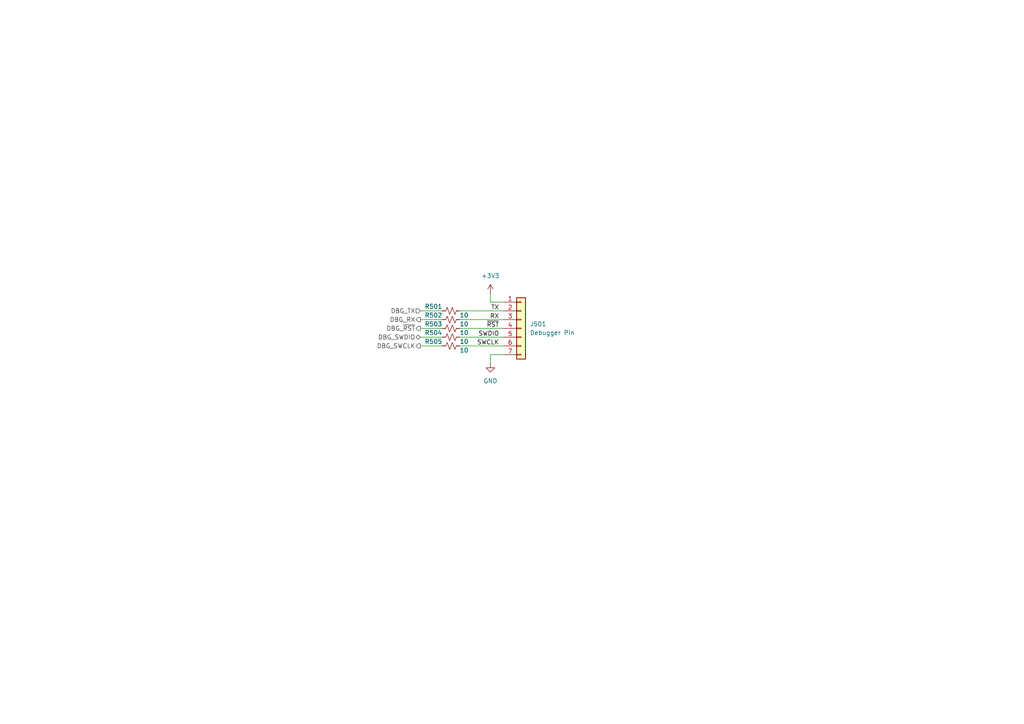
<source format=kicad_sch>
(kicad_sch (version 20231120) (generator "eeschema") (generator_version "8.0")
  (paper "A4")
  (title_block (title "Project Antares - Receiver Schematic") (date "2024-08-24") (rev "1.0.1") (company "Ouroboros Embedded Development") (comment 1 "Pablo Jean Rozario"))
  (lib_symbols
    (symbol "Connector_Generic:Conn_01x07" (pin_names (offset 1.016) hide)
      (property "Reference" "J" (at 0 10.16 0))
      (property "Value" "Conn_01x07" (at 0 -10.16 0))
      (symbol "Conn_01x07_1_1"
        (rectangle (start -1.27 -7.493) (end 0 -7.747) (stroke (width 0.1524)))
        (rectangle (start -1.27 -4.953) (end 0 -5.207) (stroke (width 0.1524)))
        (rectangle (start -1.27 -2.413) (end 0 -2.667) (stroke (width 0.1524)))
        (rectangle (start -1.27 0.127) (end 0 -0.127) (stroke (width 0.1524)))
        (rectangle (start -1.27 2.667) (end 0 2.413) (stroke (width 0.1524)))
        (rectangle (start -1.27 5.207) (end 0 4.953) (stroke (width 0.1524)))
        (rectangle (start -1.27 7.747) (end 0 7.493) (stroke (width 0.1524)))
        (rectangle (start -1.27 8.89) (end 1.27 -8.89) (stroke (width 0.254)) (fill (type background)))
        (pin passive line (at -5.08 7.62 0) (length 3.81) (name "Pin_1") (number "1"))
        (pin passive line (at -5.08 5.08 0) (length 3.81) (name "Pin_2") (number "2"))
        (pin passive line (at -5.08 2.54 0) (length 3.81) (name "Pin_3") (number "3"))
        (pin passive line (at -5.08 0 0) (length 3.81) (name "Pin_4") (number "4"))
        (pin passive line (at -5.08 -2.54 0) (length 3.81) (name "Pin_5") (number "5"))
        (pin passive line (at -5.08 -5.08 0) (length 3.81) (name "Pin_6") (number "6"))
        (pin passive line (at -5.08 -7.62 0) (length 3.81) (name "Pin_7") (number "7"))
      )
    )
    (symbol "Device:R_Small_US" (pin_numbers hide) (pin_names (offset 0.254) hide)
      (property "Reference" "R" (at 0.762 0.508 0))
      (property "Value" "R_Small_US" (at 0.762 -1.016 0))
      (symbol "R_Small_US_1_1"
        (polyline (pts (xy 0 0) (xy 1.016 -0.381) (xy 0 -0.762) (xy -1.016 -1.143) (xy 0 -1.524)))
        (polyline (pts (xy 0 1.524) (xy 1.016 1.143) (xy 0 0.762) (xy -1.016 0.381) (xy 0 0)))
        (pin passive line (at 0 2.54 270) (length 1.016) (name "~") (number "1"))
        (pin passive line (at 0 -2.54 90) (length 1.016) (name "~") (number "2"))
      )
    )
    (symbol "power:+3V3" (power) (pin_numbers hide) (pin_names (offset 0) hide)
      (property "Value" "+3V3" (at 0 3.556 0))
      (symbol "+3V3_0_1"
        (polyline (pts (xy -0.762 1.27) (xy 0 2.54)))
        (polyline (pts (xy 0 0) (xy 0 2.54)))
        (polyline (pts (xy 0 2.54) (xy 0.762 1.27)))
      )
      (symbol "+3V3_1_1"
        (pin power_in line (at 0 0 90) (length 0) (name "~") (number "1"))
      )
    )
    (symbol "power:GND" (power) (pin_numbers hide) (pin_names (offset 0) hide)
      (property "Value" "GND" (at 0 -3.81 0))
      (symbol "GND_0_1"
        (polyline (pts (xy 0 0) (xy 0 -1.27) (xy 1.27 -1.27) (xy 0 -2.54) (xy -1.27 -1.27) (xy 0 -1.27)))
      )
      (symbol "GND_1_1"
        (pin power_in line (at 0 0 270) (length 0) (name "~") (number "1"))
      )
    )
  )
  (wire (pts (xy 142.24 87.63) (xy 142.24 85.09)))
  (wire (pts (xy 121.92 100.33) (xy 128.27 100.33)))
  (wire (pts (xy 121.92 97.79) (xy 128.27 97.79)))
  (wire (pts (xy 133.35 92.71) (xy 146.05 92.71)))
  (wire (pts (xy 146.05 102.87) (xy 142.24 102.87)))
  (wire (pts (xy 121.92 90.17) (xy 128.27 90.17)))
  (wire (pts (xy 133.35 100.33) (xy 146.05 100.33)))
  (wire (pts (xy 146.05 87.63) (xy 142.24 87.63)))
  (wire (pts (xy 121.92 92.71) (xy 128.27 92.71)))
  (wire (pts (xy 121.92 95.25) (xy 128.27 95.25)))
  (wire (pts (xy 133.35 95.25) (xy 146.05 95.25)))
  (wire (pts (xy 133.35 97.79) (xy 146.05 97.79)))
  (wire (pts (xy 133.35 90.17) (xy 146.05 90.17)))
  (wire (pts (xy 142.24 102.87) (xy 142.24 105.41)))
  (label "SWDIO" (at 144.78 97.79 180))
  (label "SWCLK" (at 144.78 100.33 180))
  (label "RX" (at 144.78 92.71 180))
  (label "TX" (at 144.78 90.17 180))
  (label "~{RST}" (at 144.78 95.25 180))
  (hierarchical_label "DBG_SWCLK" (shape output) (at 121.92 100.33 180))
  (hierarchical_label "DBG_~{RST}" (shape output) (at 121.92 95.25 180))
  (hierarchical_label "DBG_RX" (shape output) (at 121.92 92.71 180))
  (hierarchical_label "DBG_SWDIO" (shape bidirectional) (at 121.92 97.79 180))
  (hierarchical_label "DBG_TX" (shape input) (at 121.92 90.17 180))
  (symbol (lib_id "power:GND") (at 142.24 105.41 0) (unit 1)
    (property "Reference" "#PWR016" (effects (hide yes)))
    (property "Value" "GND" (at 142.24 110.49 0))
    (property "Description" "Power symbol creates a global label with name \"GND\" , ground" (effects (hide yes)))
  )
  (symbol (lib_id "Device:R_Small_US") (at 130.81 90.17 90) (unit 1)
    (property "Reference" "R501" (at 125.73 88.9 90))
    (property "Value" "10" (at 134.62 91.44 90))
    (property "Footprint" "Resistor_SMD:R_0603_1608Metric" (effects (hide yes)))
    (property "Description" "Resistor, small US symbol" (effects (hide yes)))
    (property "LCSC" "C22859" (effects (hide yes)))
    (property "PN" "0603WAF100JT5E" (effects (hide yes)))
  )
  (symbol (lib_id "Device:R_Small_US") (at 130.81 97.79 90) (unit 1)
    (property "Reference" "R504" (at 125.73 96.52 90))
    (property "Value" "10" (at 134.62 99.06 90))
    (property "Footprint" "Resistor_SMD:R_0603_1608Metric" (effects (hide yes)))
    (property "Description" "Resistor, small US symbol" (effects (hide yes)))
    (property "LCSC" "C22859" (effects (hide yes)))
    (property "PN" "0603WAF100JT5E" (effects (hide yes)))
  )
  (symbol (lib_id "Device:R_Small_US") (at 130.81 95.25 90) (unit 1)
    (property "Reference" "R503" (at 125.73 93.98 90))
    (property "Value" "10" (at 134.62 96.52 90))
    (property "Footprint" "Resistor_SMD:R_0603_1608Metric" (effects (hide yes)))
    (property "Description" "Resistor, small US symbol" (effects (hide yes)))
    (property "LCSC" "C22859" (effects (hide yes)))
    (property "PN" "0603WAF100JT5E" (effects (hide yes)))
  )
  (symbol (lib_id "Connector_Generic:Conn_01x07") (at 151.13 95.25 0) (unit 1)
    (property "Reference" "J501" (at 153.67 93.9799 0) (effects (justify left)))
    (property "Value" "Debugger Pin" (at 153.67 96.5199 0) (effects (justify left)))
    (property "Footprint" "Connector_PinHeader_2.54mm:PinHeader_1x07_P2.54mm_Vertical" (effects (hide yes)))
    (property "Description" "Generic connector, single row, 01x07, script generated (kicad-library-utils/schlib/autogen/connector/)" (effects (hide yes)))
  )
  (symbol (lib_id "Device:R_Small_US") (at 130.81 100.33 90) (unit 1)
    (property "Reference" "R505" (at 125.73 99.06 90))
    (property "Value" "10" (at 134.62 101.6 90))
    (property "Footprint" "Resistor_SMD:R_0603_1608Metric" (effects (hide yes)))
    (property "Description" "Resistor, small US symbol" (effects (hide yes)))
    (property "LCSC" "C22859" (effects (hide yes)))
    (property "PN" "0603WAF100JT5E" (effects (hide yes)))
  )
  (symbol (lib_id "power:+3V3") (at 142.24 85.09 0) (unit 1)
    (property "Reference" "#PWR017" (effects (hide yes)))
    (property "Value" "+3V3" (at 142.24 80.01 0))
    (property "Description" "Power symbol creates a global label with name \"+3V3\"" (effects (hide yes)))
  )
  (symbol (lib_id "Device:R_Small_US") (at 130.81 92.71 90) (unit 1)
    (property "Reference" "R502" (at 125.73 91.44 90))
    (property "Value" "10" (at 134.62 93.98 90))
    (property "Footprint" "Resistor_SMD:R_0603_1608Metric" (effects (hide yes)))
    (property "Description" "Resistor, small US symbol" (effects (hide yes)))
    (property "LCSC" "C22859" (effects (hide yes)))
    (property "PN" "0603WAF100JT5E" (effects (hide yes)))
  )
)
</source>
